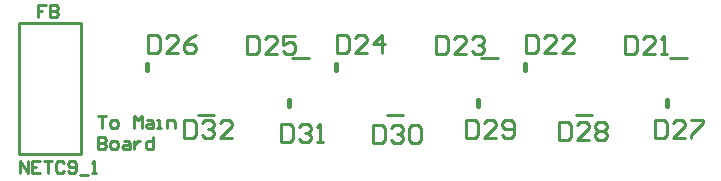
<source format=gto>
G04*
G04 #@! TF.GenerationSoftware,Altium Limited,Altium Designer,20.0.9 (164)*
G04*
G04 Layer_Color=65535*
%FSLAX25Y25*%
%MOIN*%
G70*
G01*
G75*
%ADD10C,0.01000*%
%ADD11C,0.01575*%
D10*
X62205Y40551D02*
X67716D01*
X23331Y27548D02*
Y42626D01*
X2465Y27548D02*
X23331D01*
X2465Y71148D02*
X23331D01*
X2465Y27548D02*
Y71148D01*
X23331Y38689D02*
Y71148D01*
X219685Y59449D02*
X225197D01*
X188189Y40551D02*
X193701D01*
X156693Y59449D02*
X162205D01*
X125197Y40551D02*
X130709D01*
X93701Y59449D02*
X99213D01*
X29000Y40059D02*
X31624D01*
X30312D01*
Y36123D01*
X33592D02*
X34904D01*
X35560Y36779D01*
Y38091D01*
X34904Y38747D01*
X33592D01*
X32936Y38091D01*
Y36779D01*
X33592Y36123D01*
X40807D02*
Y40059D01*
X42119Y38747D01*
X43431Y40059D01*
Y36123D01*
X45399Y38747D02*
X46711D01*
X47367Y38091D01*
Y36123D01*
X45399D01*
X44743Y36779D01*
X45399Y37435D01*
X47367D01*
X48679Y36123D02*
X49991D01*
X49335D01*
Y38747D01*
X48679D01*
X51959Y36123D02*
Y38747D01*
X53926D01*
X54582Y38091D01*
Y36123D01*
X29000Y32936D02*
Y29000D01*
X30968D01*
X31624Y29656D01*
Y30312D01*
X30968Y30968D01*
X29000D01*
X30968D01*
X31624Y31624D01*
Y32280D01*
X30968Y32936D01*
X29000D01*
X33592Y29000D02*
X34904D01*
X35560Y29656D01*
Y30968D01*
X34904Y31624D01*
X33592D01*
X32936Y30968D01*
Y29656D01*
X33592Y29000D01*
X37527Y31624D02*
X38839D01*
X39495Y30968D01*
Y29000D01*
X37527D01*
X36871Y29656D01*
X37527Y30312D01*
X39495D01*
X40807Y31624D02*
Y29000D01*
Y30312D01*
X41463Y30968D01*
X42119Y31624D01*
X42775D01*
X47367Y32936D02*
Y29000D01*
X45399D01*
X44743Y29656D01*
Y30968D01*
X45399Y31624D01*
X47367D01*
X11666Y76999D02*
X9000D01*
Y74999D01*
X10333D01*
X9000D01*
Y73000D01*
X12999Y76999D02*
Y73000D01*
X14998D01*
X15664Y73666D01*
Y74333D01*
X14998Y74999D01*
X12999D01*
X14998D01*
X15664Y75666D01*
Y76332D01*
X14998Y76999D01*
X12999D01*
X3000Y21000D02*
Y24999D01*
X5666Y21000D01*
Y24999D01*
X9664D02*
X6999D01*
Y21000D01*
X9664D01*
X6999Y22999D02*
X8332D01*
X10997Y24999D02*
X13663D01*
X12330D01*
Y21000D01*
X17662Y24332D02*
X16996Y24999D01*
X15663D01*
X14996Y24332D01*
Y21666D01*
X15663Y21000D01*
X16996D01*
X17662Y21666D01*
X18995D02*
X19661Y21000D01*
X20994D01*
X21661Y21666D01*
Y24332D01*
X20994Y24999D01*
X19661D01*
X18995Y24332D01*
Y23666D01*
X19661Y22999D01*
X21661D01*
X22994Y20334D02*
X25659D01*
X26992Y21000D02*
X28325D01*
X27659D01*
Y24999D01*
X26992Y24332D01*
X57461Y38612D02*
Y32614D01*
X60460D01*
X61459Y33614D01*
Y37613D01*
X60460Y38612D01*
X57461D01*
X63459Y37613D02*
X64458Y38612D01*
X66458D01*
X67457Y37613D01*
Y36613D01*
X66458Y35613D01*
X65458D01*
X66458D01*
X67457Y34613D01*
Y33614D01*
X66458Y32614D01*
X64458D01*
X63459Y33614D01*
X73456Y32614D02*
X69457D01*
X73456Y36613D01*
Y37613D01*
X72456Y38612D01*
X70456D01*
X69457Y37613D01*
X89957Y37384D02*
Y31386D01*
X92956D01*
X93955Y32386D01*
Y36384D01*
X92956Y37384D01*
X89957D01*
X95955Y36384D02*
X96954Y37384D01*
X98954D01*
X99954Y36384D01*
Y35385D01*
X98954Y34385D01*
X97954D01*
X98954D01*
X99954Y33385D01*
Y32386D01*
X98954Y31386D01*
X96954D01*
X95955Y32386D01*
X101953Y31386D02*
X103952D01*
X102953D01*
Y37384D01*
X101953Y36384D01*
X120453Y37112D02*
Y31114D01*
X123452D01*
X124451Y32114D01*
Y36113D01*
X123452Y37112D01*
X120453D01*
X126451Y36113D02*
X127451Y37112D01*
X129450D01*
X130449Y36113D01*
Y35113D01*
X129450Y34113D01*
X128450D01*
X129450D01*
X130449Y33114D01*
Y32114D01*
X129450Y31114D01*
X127451D01*
X126451Y32114D01*
X132449Y36113D02*
X133449Y37112D01*
X135448D01*
X136448Y36113D01*
Y32114D01*
X135448Y31114D01*
X133449D01*
X132449Y32114D01*
Y36113D01*
X151449Y38797D02*
Y32799D01*
X154448D01*
X155447Y33799D01*
Y37798D01*
X154448Y38797D01*
X151449D01*
X161446Y32799D02*
X157447D01*
X161446Y36798D01*
Y37798D01*
X160446Y38797D01*
X158447D01*
X157447Y37798D01*
X163445Y33799D02*
X164445Y32799D01*
X166444D01*
X167444Y33799D01*
Y37798D01*
X166444Y38797D01*
X164445D01*
X163445Y37798D01*
Y36798D01*
X164445Y35798D01*
X167444D01*
X182445Y38112D02*
Y32114D01*
X185444D01*
X186444Y33114D01*
Y37113D01*
X185444Y38112D01*
X182445D01*
X192442Y32114D02*
X188443D01*
X192442Y36113D01*
Y37113D01*
X191442Y38112D01*
X189443D01*
X188443Y37113D01*
X194441D02*
X195441Y38112D01*
X197440D01*
X198440Y37113D01*
Y36113D01*
X197440Y35113D01*
X198440Y34113D01*
Y33114D01*
X197440Y32114D01*
X195441D01*
X194441Y33114D01*
Y34113D01*
X195441Y35113D01*
X194441Y36113D01*
Y37113D01*
X195441Y35113D02*
X197440D01*
X214441Y38797D02*
Y32799D01*
X217440D01*
X218440Y33799D01*
Y37798D01*
X217440Y38797D01*
X214441D01*
X224438Y32799D02*
X220439D01*
X224438Y36798D01*
Y37798D01*
X223438Y38797D01*
X221439D01*
X220439Y37798D01*
X226437Y38797D02*
X230436D01*
Y37798D01*
X226437Y33799D01*
Y32799D01*
X45500Y67098D02*
Y61100D01*
X48499D01*
X49499Y62100D01*
Y66098D01*
X48499Y67098D01*
X45500D01*
X55497Y61100D02*
X51498D01*
X55497Y65099D01*
Y66098D01*
X54497Y67098D01*
X52498D01*
X51498Y66098D01*
X61495Y67098D02*
X59496Y66098D01*
X57496Y64099D01*
Y62100D01*
X58496Y61100D01*
X60495D01*
X61495Y62100D01*
Y63099D01*
X60495Y64099D01*
X57496D01*
X78700Y66698D02*
Y60700D01*
X81699D01*
X82699Y61700D01*
Y65698D01*
X81699Y66698D01*
X78700D01*
X88697Y60700D02*
X84698D01*
X88697Y64699D01*
Y65698D01*
X87697Y66698D01*
X85698D01*
X84698Y65698D01*
X94695Y66698D02*
X90696D01*
Y63699D01*
X92695Y64699D01*
X93695D01*
X94695Y63699D01*
Y61700D01*
X93695Y60700D01*
X91696D01*
X90696Y61700D01*
X108500Y67098D02*
Y61100D01*
X111499D01*
X112499Y62100D01*
Y66098D01*
X111499Y67098D01*
X108500D01*
X118497Y61100D02*
X114498D01*
X118497Y65099D01*
Y66098D01*
X117497Y67098D01*
X115498D01*
X114498Y66098D01*
X123495Y61100D02*
Y67098D01*
X120496Y64099D01*
X124495D01*
X141700Y66698D02*
Y60700D01*
X144699D01*
X145699Y61700D01*
Y65698D01*
X144699Y66698D01*
X141700D01*
X151697Y60700D02*
X147698D01*
X151697Y64699D01*
Y65698D01*
X150697Y66698D01*
X148698D01*
X147698Y65698D01*
X153696D02*
X154696Y66698D01*
X156695D01*
X157695Y65698D01*
Y64699D01*
X156695Y63699D01*
X155695D01*
X156695D01*
X157695Y62699D01*
Y61700D01*
X156695Y60700D01*
X154696D01*
X153696Y61700D01*
X171500Y67098D02*
Y61100D01*
X174499D01*
X175499Y62100D01*
Y66098D01*
X174499Y67098D01*
X171500D01*
X181497Y61100D02*
X177498D01*
X181497Y65099D01*
Y66098D01*
X180497Y67098D01*
X178498D01*
X177498Y66098D01*
X187495Y61100D02*
X183496D01*
X187495Y65099D01*
Y66098D01*
X186495Y67098D01*
X184496D01*
X183496Y66098D01*
X204700Y66698D02*
Y60700D01*
X207699D01*
X208699Y61700D01*
Y65698D01*
X207699Y66698D01*
X204700D01*
X214697Y60700D02*
X210698D01*
X214697Y64699D01*
Y65698D01*
X213697Y66698D01*
X211698D01*
X210698Y65698D01*
X216696Y60700D02*
X218695D01*
X217696D01*
Y66698D01*
X216696Y65698D01*
D11*
X45276Y55413D02*
Y57284D01*
X92520Y43504D02*
Y45374D01*
X108268Y55413D02*
Y57284D01*
X155512Y43504D02*
Y45374D01*
X171260Y55413D02*
Y57284D01*
X218504Y43504D02*
Y45374D01*
M02*

</source>
